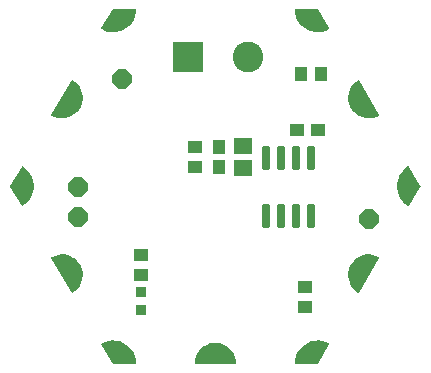
<source format=gbr>
G04 EAGLE Gerber RS-274X export*
G75*
%MOMM*%
%FSLAX34Y34*%
%LPD*%
%INSoldermask Top*%
%IPPOS*%
%AMOC8*
5,1,8,0,0,1.08239X$1,22.5*%
G01*
%ADD10R,1.201600X1.101600*%
%ADD11C,1.101600*%
%ADD12R,1.601600X1.401600*%
%ADD13R,1.101600X1.201600*%
%ADD14R,2.601600X2.601600*%
%ADD15C,2.601600*%
%ADD16C,0.248975*%
%ADD17P,1.759533X8X22.500000*%
%ADD18R,0.901600X0.901600*%

G36*
X17791Y129D02*
X17791Y129D01*
X17820Y126D01*
X17887Y148D01*
X17957Y162D01*
X17981Y179D01*
X18009Y188D01*
X18062Y235D01*
X18121Y275D01*
X18137Y299D01*
X18159Y319D01*
X18190Y383D01*
X18228Y442D01*
X18233Y471D01*
X18245Y497D01*
X18254Y597D01*
X18261Y639D01*
X18258Y649D01*
X18260Y663D01*
X18028Y3461D01*
X18018Y3495D01*
X18014Y3543D01*
X17325Y6264D01*
X17310Y6296D01*
X17298Y6342D01*
X16170Y8914D01*
X16150Y8942D01*
X16131Y8986D01*
X14595Y11337D01*
X14571Y11361D01*
X14545Y11402D01*
X12643Y13467D01*
X12615Y13488D01*
X12582Y13523D01*
X10367Y15248D01*
X10336Y15263D01*
X10298Y15293D01*
X7828Y16629D01*
X7795Y16639D01*
X7753Y16662D01*
X6567Y17070D01*
X5113Y17569D01*
X5097Y17574D01*
X5063Y17579D01*
X5017Y17594D01*
X2248Y18056D01*
X2213Y18055D01*
X2166Y18063D01*
X-642Y18063D01*
X-676Y18056D01*
X-724Y18056D01*
X-3493Y17594D01*
X-3526Y17582D01*
X-3573Y17574D01*
X-6229Y16662D01*
X-6259Y16645D01*
X-6304Y16629D01*
X-8774Y15293D01*
X-8800Y15271D01*
X-8843Y15248D01*
X-11058Y13523D01*
X-11081Y13497D01*
X-11119Y13467D01*
X-13021Y11402D01*
X-13039Y11372D01*
X-13071Y11337D01*
X-14607Y8986D01*
X-14620Y8954D01*
X-14646Y8914D01*
X-15774Y6342D01*
X-15781Y6309D01*
X-15784Y6302D01*
X-15790Y6293D01*
X-15791Y6287D01*
X-15801Y6264D01*
X-16490Y3543D01*
X-16492Y3508D01*
X-16504Y3461D01*
X-16736Y663D01*
X-16732Y634D01*
X-16737Y605D01*
X-16721Y536D01*
X-16712Y466D01*
X-16698Y440D01*
X-16691Y412D01*
X-16649Y355D01*
X-16614Y293D01*
X-16590Y275D01*
X-16573Y252D01*
X-16512Y216D01*
X-16455Y173D01*
X-16427Y165D01*
X-16402Y150D01*
X-16304Y134D01*
X-16263Y123D01*
X-16252Y125D01*
X-16238Y123D01*
X17762Y123D01*
X17791Y129D01*
G37*
G36*
X-120631Y60432D02*
X-120631Y60432D01*
X-120560Y60429D01*
X-120533Y60439D01*
X-120504Y60441D01*
X-120414Y60483D01*
X-120374Y60498D01*
X-120366Y60506D01*
X-120353Y60512D01*
X-118050Y62111D01*
X-118026Y62137D01*
X-117986Y62164D01*
X-115977Y64121D01*
X-115958Y64150D01*
X-115923Y64183D01*
X-114264Y66444D01*
X-114249Y66475D01*
X-114220Y66514D01*
X-112956Y69017D01*
X-112947Y69051D01*
X-112925Y69094D01*
X-112089Y71771D01*
X-112086Y71805D01*
X-112071Y71851D01*
X-111688Y74630D01*
X-111690Y74664D01*
X-111684Y74712D01*
X-111763Y77515D01*
X-111771Y77549D01*
X-111772Y77597D01*
X-112311Y80349D01*
X-112325Y80381D01*
X-112334Y80429D01*
X-113319Y83054D01*
X-113334Y83079D01*
X-113339Y83099D01*
X-113347Y83110D01*
X-113354Y83129D01*
X-114758Y85557D01*
X-114781Y85583D01*
X-114805Y85625D01*
X-116589Y87788D01*
X-116616Y87810D01*
X-116647Y87847D01*
X-118763Y89688D01*
X-118793Y89705D01*
X-118829Y89737D01*
X-121220Y91204D01*
X-121252Y91215D01*
X-121293Y91241D01*
X-123892Y92294D01*
X-123926Y92301D01*
X-123971Y92319D01*
X-126708Y92930D01*
X-126743Y92931D01*
X-126790Y92942D01*
X-129590Y93094D01*
X-129624Y93089D01*
X-129672Y93092D01*
X-132460Y92782D01*
X-132493Y92771D01*
X-132541Y92766D01*
X-135239Y92001D01*
X-135269Y91985D01*
X-135316Y91972D01*
X-137851Y90773D01*
X-137875Y90756D01*
X-137902Y90746D01*
X-137954Y90697D01*
X-138011Y90654D01*
X-138025Y90629D01*
X-138047Y90609D01*
X-138075Y90544D01*
X-138111Y90483D01*
X-138114Y90454D01*
X-138126Y90427D01*
X-138127Y90356D01*
X-138136Y90285D01*
X-138128Y90257D01*
X-138128Y90228D01*
X-138094Y90135D01*
X-138082Y90094D01*
X-138075Y90085D01*
X-138070Y90072D01*
X-121070Y60672D01*
X-121051Y60650D01*
X-121038Y60624D01*
X-120985Y60576D01*
X-120938Y60523D01*
X-120912Y60511D01*
X-120890Y60491D01*
X-120823Y60468D01*
X-120759Y60438D01*
X-120730Y60436D01*
X-120702Y60427D01*
X-120631Y60432D01*
G37*
G36*
X131148Y208155D02*
X131148Y208155D01*
X131196Y208152D01*
X133984Y208462D01*
X134017Y208473D01*
X134065Y208478D01*
X136763Y209243D01*
X136793Y209259D01*
X136840Y209272D01*
X139375Y210471D01*
X139399Y210488D01*
X139426Y210498D01*
X139478Y210547D01*
X139535Y210590D01*
X139549Y210615D01*
X139571Y210635D01*
X139599Y210700D01*
X139635Y210762D01*
X139638Y210790D01*
X139650Y210817D01*
X139651Y210888D01*
X139660Y210959D01*
X139652Y210987D01*
X139652Y211016D01*
X139618Y211109D01*
X139606Y211150D01*
X139599Y211159D01*
X139594Y211172D01*
X122594Y240572D01*
X122575Y240594D01*
X122562Y240620D01*
X122509Y240668D01*
X122462Y240721D01*
X122436Y240733D01*
X122414Y240753D01*
X122347Y240776D01*
X122283Y240806D01*
X122254Y240808D01*
X122226Y240817D01*
X122155Y240812D01*
X122084Y240815D01*
X122057Y240805D01*
X122028Y240803D01*
X121938Y240761D01*
X121898Y240746D01*
X121890Y240738D01*
X121877Y240732D01*
X119574Y239133D01*
X119550Y239108D01*
X119510Y239080D01*
X117501Y237123D01*
X117482Y237094D01*
X117447Y237061D01*
X115788Y234800D01*
X115773Y234769D01*
X115744Y234730D01*
X114480Y232227D01*
X114471Y232193D01*
X114449Y232150D01*
X113613Y229473D01*
X113610Y229439D01*
X113595Y229393D01*
X113212Y226614D01*
X113214Y226580D01*
X113208Y226532D01*
X113287Y223729D01*
X113295Y223695D01*
X113296Y223647D01*
X113835Y220895D01*
X113849Y220863D01*
X113858Y220815D01*
X114843Y218190D01*
X114861Y218160D01*
X114878Y218115D01*
X116282Y215687D01*
X116305Y215661D01*
X116329Y215620D01*
X118113Y213456D01*
X118140Y213434D01*
X118171Y213397D01*
X120287Y211556D01*
X120317Y211539D01*
X120353Y211508D01*
X122744Y210040D01*
X122776Y210029D01*
X122817Y210003D01*
X125416Y208950D01*
X125450Y208943D01*
X125495Y208925D01*
X128232Y208314D01*
X128267Y208313D01*
X128314Y208302D01*
X131114Y208150D01*
X131148Y208155D01*
G37*
G36*
X122188Y60433D02*
X122188Y60433D01*
X122259Y60432D01*
X122286Y60443D01*
X122315Y60447D01*
X122377Y60481D01*
X122442Y60509D01*
X122463Y60530D01*
X122488Y60544D01*
X122551Y60620D01*
X122581Y60651D01*
X122585Y60661D01*
X122594Y60672D01*
X139594Y90072D01*
X139603Y90100D01*
X139620Y90124D01*
X139635Y90193D01*
X139657Y90261D01*
X139655Y90290D01*
X139661Y90318D01*
X139648Y90388D01*
X139642Y90459D01*
X139629Y90485D01*
X139623Y90513D01*
X139583Y90572D01*
X139551Y90635D01*
X139528Y90654D01*
X139512Y90678D01*
X139430Y90735D01*
X139397Y90762D01*
X139387Y90765D01*
X139375Y90773D01*
X136840Y91972D01*
X136806Y91980D01*
X136763Y92001D01*
X134065Y92766D01*
X134030Y92768D01*
X133984Y92782D01*
X131196Y93092D01*
X131162Y93089D01*
X131114Y93094D01*
X128314Y92942D01*
X128280Y92933D01*
X128232Y92930D01*
X125495Y92319D01*
X125463Y92305D01*
X125416Y92294D01*
X122817Y91241D01*
X122788Y91222D01*
X122744Y91204D01*
X120353Y89737D01*
X120328Y89713D01*
X120287Y89688D01*
X118171Y87847D01*
X118150Y87820D01*
X118113Y87788D01*
X116329Y85625D01*
X116313Y85594D01*
X116282Y85557D01*
X114878Y83129D01*
X114867Y83096D01*
X114860Y83083D01*
X114850Y83069D01*
X114850Y83066D01*
X114843Y83054D01*
X113858Y80429D01*
X113852Y80394D01*
X113835Y80349D01*
X113296Y77597D01*
X113296Y77563D01*
X113287Y77515D01*
X113208Y74712D01*
X113214Y74678D01*
X113212Y74630D01*
X113595Y71851D01*
X113607Y71819D01*
X113613Y71771D01*
X114449Y69094D01*
X114466Y69063D01*
X114480Y69017D01*
X115744Y66514D01*
X115766Y66487D01*
X115788Y66444D01*
X117447Y64183D01*
X117473Y64160D01*
X117501Y64121D01*
X119510Y62164D01*
X119539Y62145D01*
X119574Y62111D01*
X121877Y60512D01*
X121904Y60500D01*
X121927Y60482D01*
X121995Y60461D01*
X122060Y60433D01*
X122089Y60433D01*
X122117Y60425D01*
X122188Y60433D01*
G37*
G36*
X-126790Y208302D02*
X-126790Y208302D01*
X-126756Y208311D01*
X-126708Y208314D01*
X-123971Y208925D01*
X-123939Y208939D01*
X-123892Y208950D01*
X-121293Y210003D01*
X-121264Y210022D01*
X-121220Y210040D01*
X-118829Y211508D01*
X-118804Y211531D01*
X-118763Y211556D01*
X-116647Y213397D01*
X-116626Y213424D01*
X-116589Y213456D01*
X-114805Y215620D01*
X-114789Y215650D01*
X-114758Y215687D01*
X-113354Y218115D01*
X-113343Y218148D01*
X-113319Y218190D01*
X-112334Y220815D01*
X-112328Y220850D01*
X-112311Y220895D01*
X-111772Y223647D01*
X-111772Y223682D01*
X-111763Y223729D01*
X-111684Y226532D01*
X-111690Y226566D01*
X-111688Y226614D01*
X-112071Y229393D01*
X-112083Y229425D01*
X-112089Y229473D01*
X-112925Y232150D01*
X-112942Y232181D01*
X-112956Y232227D01*
X-114220Y234730D01*
X-114242Y234757D01*
X-114264Y234800D01*
X-115923Y237061D01*
X-115949Y237084D01*
X-115977Y237123D01*
X-117986Y239080D01*
X-118015Y239099D01*
X-118050Y239133D01*
X-120353Y240732D01*
X-120380Y240744D01*
X-120403Y240762D01*
X-120471Y240783D01*
X-120536Y240811D01*
X-120565Y240811D01*
X-120593Y240819D01*
X-120664Y240811D01*
X-120735Y240812D01*
X-120762Y240801D01*
X-120791Y240797D01*
X-120853Y240763D01*
X-120918Y240735D01*
X-120939Y240714D01*
X-120964Y240700D01*
X-121027Y240624D01*
X-121057Y240593D01*
X-121061Y240583D01*
X-121070Y240572D01*
X-138070Y211172D01*
X-138079Y211144D01*
X-138096Y211120D01*
X-138111Y211051D01*
X-138133Y210983D01*
X-138131Y210954D01*
X-138137Y210926D01*
X-138124Y210856D01*
X-138118Y210785D01*
X-138105Y210759D01*
X-138099Y210731D01*
X-138059Y210672D01*
X-138027Y210609D01*
X-138004Y210590D01*
X-137988Y210566D01*
X-137906Y210509D01*
X-137873Y210482D01*
X-137863Y210479D01*
X-137851Y210471D01*
X-135316Y209272D01*
X-135282Y209264D01*
X-135239Y209243D01*
X-132541Y208478D01*
X-132506Y208476D01*
X-132460Y208462D01*
X-129672Y208152D01*
X-129638Y208155D01*
X-129590Y208150D01*
X-126790Y208302D01*
G37*
G36*
X164489Y133633D02*
X164489Y133633D01*
X164560Y133633D01*
X164587Y133644D01*
X164616Y133647D01*
X164678Y133682D01*
X164743Y133710D01*
X164764Y133730D01*
X164789Y133745D01*
X164852Y133822D01*
X164882Y133852D01*
X164886Y133862D01*
X164895Y133873D01*
X174395Y150373D01*
X174405Y150405D01*
X174414Y150418D01*
X174418Y150442D01*
X174419Y150446D01*
X174450Y150516D01*
X174450Y150540D01*
X174458Y150562D01*
X174452Y150638D01*
X174453Y150715D01*
X174443Y150739D01*
X174442Y150760D01*
X174421Y150799D01*
X174395Y150871D01*
X164895Y167371D01*
X164876Y167393D01*
X164863Y167419D01*
X164810Y167467D01*
X164763Y167520D01*
X164737Y167533D01*
X164716Y167552D01*
X164648Y167575D01*
X164584Y167606D01*
X164555Y167608D01*
X164528Y167617D01*
X164456Y167612D01*
X164385Y167615D01*
X164358Y167605D01*
X164329Y167603D01*
X164239Y167561D01*
X164199Y167546D01*
X164191Y167539D01*
X164178Y167533D01*
X161655Y165791D01*
X161631Y165767D01*
X161593Y165740D01*
X159381Y163616D01*
X159362Y163588D01*
X159328Y163556D01*
X157486Y161105D01*
X157472Y161074D01*
X157443Y161037D01*
X156018Y158322D01*
X156009Y158291D01*
X155993Y158266D01*
X155992Y158258D01*
X155987Y158248D01*
X155016Y155340D01*
X155012Y155306D01*
X154997Y155262D01*
X154505Y152235D01*
X154506Y152201D01*
X154498Y152155D01*
X154498Y149089D01*
X154499Y149085D01*
X154499Y149083D01*
X154505Y149056D01*
X154505Y149009D01*
X154997Y145982D01*
X155009Y145951D01*
X155016Y145904D01*
X155987Y142996D01*
X156004Y142967D01*
X156018Y142922D01*
X157443Y140207D01*
X157465Y140181D01*
X157486Y140139D01*
X159328Y137688D01*
X159353Y137665D01*
X159381Y137628D01*
X161593Y135504D01*
X161621Y135486D01*
X161655Y135453D01*
X164178Y133711D01*
X164205Y133700D01*
X164227Y133681D01*
X164296Y133661D01*
X164361Y133633D01*
X164390Y133633D01*
X164418Y133625D01*
X164489Y133633D01*
G37*
G36*
X-162932Y133632D02*
X-162932Y133632D01*
X-162861Y133629D01*
X-162834Y133639D01*
X-162805Y133641D01*
X-162715Y133683D01*
X-162675Y133698D01*
X-162667Y133705D01*
X-162654Y133711D01*
X-160131Y135453D01*
X-160107Y135477D01*
X-160069Y135504D01*
X-157857Y137628D01*
X-157838Y137656D01*
X-157804Y137688D01*
X-155962Y140139D01*
X-155948Y140170D01*
X-155919Y140207D01*
X-154494Y142922D01*
X-154485Y142955D01*
X-154463Y142996D01*
X-153492Y145904D01*
X-153488Y145938D01*
X-153473Y145982D01*
X-152981Y149009D01*
X-152982Y149043D01*
X-152974Y149089D01*
X-152974Y152155D01*
X-152981Y152188D01*
X-152981Y152235D01*
X-153473Y155262D01*
X-153485Y155293D01*
X-153492Y155340D01*
X-154463Y158248D01*
X-154476Y158271D01*
X-154482Y158296D01*
X-154489Y158305D01*
X-154494Y158322D01*
X-155919Y161037D01*
X-155941Y161063D01*
X-155962Y161105D01*
X-157804Y163556D01*
X-157829Y163579D01*
X-157857Y163616D01*
X-160069Y165740D01*
X-160097Y165758D01*
X-160131Y165791D01*
X-162654Y167533D01*
X-162681Y167544D01*
X-162703Y167563D01*
X-162772Y167583D01*
X-162837Y167611D01*
X-162866Y167611D01*
X-162894Y167619D01*
X-162965Y167611D01*
X-163036Y167612D01*
X-163063Y167600D01*
X-163092Y167597D01*
X-163154Y167562D01*
X-163219Y167534D01*
X-163240Y167514D01*
X-163265Y167499D01*
X-163328Y167422D01*
X-163358Y167392D01*
X-163362Y167382D01*
X-163371Y167371D01*
X-172871Y150871D01*
X-172895Y150798D01*
X-172926Y150728D01*
X-172926Y150704D01*
X-172934Y150682D01*
X-172928Y150606D01*
X-172929Y150529D01*
X-172919Y150505D01*
X-172918Y150484D01*
X-172897Y150445D01*
X-172878Y150393D01*
X-172877Y150387D01*
X-172875Y150385D01*
X-172871Y150373D01*
X-163371Y133873D01*
X-163352Y133851D01*
X-163339Y133825D01*
X-163286Y133777D01*
X-163239Y133724D01*
X-163213Y133711D01*
X-163192Y133692D01*
X-163124Y133669D01*
X-163060Y133638D01*
X-163031Y133637D01*
X-163004Y133627D01*
X-162932Y133632D01*
G37*
G36*
X87438Y138D02*
X87438Y138D01*
X87516Y147D01*
X87535Y158D01*
X87557Y162D01*
X87621Y206D01*
X87689Y245D01*
X87705Y264D01*
X87721Y275D01*
X87745Y313D01*
X87795Y373D01*
X97295Y16873D01*
X97304Y16900D01*
X97320Y16924D01*
X97335Y16994D01*
X97358Y17062D01*
X97355Y17090D01*
X97361Y17118D01*
X97348Y17189D01*
X97342Y17260D01*
X97329Y17285D01*
X97323Y17313D01*
X97283Y17373D01*
X97250Y17436D01*
X97228Y17454D01*
X97212Y17478D01*
X97129Y17536D01*
X97097Y17563D01*
X97086Y17566D01*
X97076Y17573D01*
X94310Y18882D01*
X94277Y18890D01*
X94234Y18910D01*
X91294Y19758D01*
X91260Y19761D01*
X91216Y19774D01*
X88178Y20139D01*
X88144Y20136D01*
X88097Y20142D01*
X85040Y20015D01*
X85007Y20007D01*
X84960Y20006D01*
X81963Y19390D01*
X81932Y19377D01*
X81886Y19368D01*
X79026Y18279D01*
X78998Y18261D01*
X78954Y18245D01*
X76306Y16711D01*
X76280Y16689D01*
X76240Y16666D01*
X73872Y14728D01*
X73850Y14701D01*
X73814Y14672D01*
X71787Y12379D01*
X71771Y12350D01*
X71739Y12315D01*
X70107Y9727D01*
X70095Y9695D01*
X70070Y9656D01*
X68874Y6839D01*
X68867Y6806D01*
X68864Y6799D01*
X68860Y6793D01*
X68859Y6787D01*
X68848Y6763D01*
X68120Y3791D01*
X68118Y3757D01*
X68107Y3712D01*
X67864Y662D01*
X67868Y633D01*
X67863Y605D01*
X67880Y536D01*
X67888Y464D01*
X67903Y440D01*
X67909Y412D01*
X67952Y354D01*
X67988Y292D01*
X68010Y275D01*
X68027Y252D01*
X68089Y215D01*
X68146Y172D01*
X68174Y165D01*
X68198Y150D01*
X68298Y134D01*
X68339Y123D01*
X68349Y125D01*
X68362Y123D01*
X87362Y123D01*
X87438Y138D01*
G37*
G36*
X88131Y281107D02*
X88131Y281107D01*
X88178Y281105D01*
X91216Y281470D01*
X91248Y281481D01*
X91294Y281486D01*
X94234Y282334D01*
X94264Y282350D01*
X94310Y282362D01*
X97076Y283671D01*
X97098Y283688D01*
X97125Y283698D01*
X97177Y283747D01*
X97235Y283790D01*
X97249Y283815D01*
X97270Y283834D01*
X97299Y283900D01*
X97335Y283962D01*
X97338Y283990D01*
X97350Y284016D01*
X97351Y284088D01*
X97360Y284159D01*
X97352Y284186D01*
X97353Y284215D01*
X97317Y284310D01*
X97306Y284350D01*
X97299Y284359D01*
X97295Y284371D01*
X87795Y300871D01*
X87743Y300930D01*
X87697Y300992D01*
X87678Y301003D01*
X87663Y301020D01*
X87593Y301054D01*
X87526Y301094D01*
X87502Y301098D01*
X87484Y301106D01*
X87439Y301108D01*
X87362Y301121D01*
X68362Y301121D01*
X68334Y301116D01*
X68306Y301118D01*
X68238Y301096D01*
X68167Y301082D01*
X68144Y301066D01*
X68117Y301057D01*
X68062Y301010D01*
X68003Y300969D01*
X67988Y300945D01*
X67967Y300927D01*
X67935Y300862D01*
X67896Y300802D01*
X67891Y300774D01*
X67879Y300748D01*
X67870Y300647D01*
X67863Y300605D01*
X67865Y300595D01*
X67864Y300582D01*
X68107Y297532D01*
X68116Y297500D01*
X68120Y297453D01*
X68848Y294481D01*
X68863Y294450D01*
X68874Y294405D01*
X70070Y291588D01*
X70089Y291560D01*
X70107Y291517D01*
X71739Y288929D01*
X71763Y288905D01*
X71787Y288865D01*
X73814Y286572D01*
X73841Y286552D01*
X73872Y286516D01*
X76240Y284578D01*
X76270Y284562D01*
X76306Y284533D01*
X78954Y283000D01*
X78986Y282989D01*
X79026Y282965D01*
X81886Y281877D01*
X81919Y281871D01*
X81963Y281854D01*
X84960Y281238D01*
X84994Y281238D01*
X85040Y281229D01*
X88097Y281102D01*
X88131Y281107D01*
G37*
G36*
X-66810Y128D02*
X-66810Y128D01*
X-66782Y126D01*
X-66714Y148D01*
X-66643Y162D01*
X-66620Y178D01*
X-66593Y187D01*
X-66538Y234D01*
X-66479Y275D01*
X-66464Y299D01*
X-66443Y317D01*
X-66411Y382D01*
X-66372Y442D01*
X-66367Y470D01*
X-66355Y496D01*
X-66346Y597D01*
X-66339Y639D01*
X-66341Y649D01*
X-66340Y662D01*
X-66583Y3712D01*
X-66592Y3744D01*
X-66596Y3791D01*
X-67324Y6763D01*
X-67339Y6794D01*
X-67350Y6839D01*
X-68546Y9656D01*
X-68565Y9684D01*
X-68583Y9727D01*
X-70215Y12315D01*
X-70239Y12339D01*
X-70263Y12379D01*
X-72290Y14672D01*
X-72317Y14692D01*
X-72348Y14728D01*
X-74716Y16666D01*
X-74746Y16682D01*
X-74782Y16711D01*
X-77430Y18245D01*
X-77462Y18255D01*
X-77502Y18279D01*
X-80362Y19368D01*
X-80395Y19373D01*
X-80439Y19390D01*
X-83436Y20006D01*
X-83470Y20006D01*
X-83516Y20015D01*
X-86573Y20142D01*
X-86607Y20137D01*
X-86654Y20139D01*
X-89692Y19774D01*
X-89724Y19763D01*
X-89770Y19758D01*
X-92710Y18910D01*
X-92740Y18894D01*
X-92786Y18882D01*
X-95552Y17573D01*
X-95574Y17556D01*
X-95601Y17546D01*
X-95653Y17497D01*
X-95711Y17454D01*
X-95725Y17429D01*
X-95746Y17410D01*
X-95775Y17344D01*
X-95811Y17282D01*
X-95814Y17254D01*
X-95826Y17228D01*
X-95827Y17156D01*
X-95836Y17085D01*
X-95828Y17058D01*
X-95829Y17029D01*
X-95793Y16934D01*
X-95782Y16894D01*
X-95775Y16885D01*
X-95771Y16873D01*
X-86271Y373D01*
X-86219Y315D01*
X-86173Y252D01*
X-86154Y241D01*
X-86139Y224D01*
X-86069Y190D01*
X-86002Y150D01*
X-85978Y146D01*
X-85960Y138D01*
X-85915Y136D01*
X-85838Y123D01*
X-66838Y123D01*
X-66810Y128D01*
G37*
G36*
X-83516Y281229D02*
X-83516Y281229D01*
X-83483Y281237D01*
X-83436Y281238D01*
X-80439Y281854D01*
X-80408Y281867D01*
X-80362Y281877D01*
X-77502Y282965D01*
X-77474Y282983D01*
X-77430Y283000D01*
X-74782Y284533D01*
X-74756Y284555D01*
X-74716Y284578D01*
X-72348Y286516D01*
X-72326Y286543D01*
X-72290Y286572D01*
X-70263Y288865D01*
X-70247Y288894D01*
X-70215Y288929D01*
X-68583Y291517D01*
X-68571Y291549D01*
X-68546Y291588D01*
X-67350Y294405D01*
X-67343Y294438D01*
X-67324Y294481D01*
X-66596Y297453D01*
X-66594Y297487D01*
X-66583Y297532D01*
X-66340Y300582D01*
X-66344Y300611D01*
X-66339Y300639D01*
X-66356Y300708D01*
X-66364Y300780D01*
X-66379Y300804D01*
X-66385Y300832D01*
X-66428Y300890D01*
X-66464Y300952D01*
X-66486Y300969D01*
X-66503Y300992D01*
X-66565Y301029D01*
X-66622Y301072D01*
X-66650Y301079D01*
X-66674Y301094D01*
X-66774Y301110D01*
X-66815Y301121D01*
X-66825Y301119D01*
X-66838Y301121D01*
X-85838Y301121D01*
X-85914Y301106D01*
X-85992Y301097D01*
X-86011Y301086D01*
X-86033Y301082D01*
X-86097Y301038D01*
X-86165Y300999D01*
X-86181Y300980D01*
X-86197Y300969D01*
X-86221Y300931D01*
X-86271Y300871D01*
X-95771Y284371D01*
X-95780Y284344D01*
X-95796Y284320D01*
X-95811Y284250D01*
X-95834Y284182D01*
X-95831Y284154D01*
X-95837Y284126D01*
X-95824Y284056D01*
X-95818Y283984D01*
X-95805Y283959D01*
X-95799Y283931D01*
X-95759Y283871D01*
X-95726Y283808D01*
X-95704Y283790D01*
X-95688Y283766D01*
X-95605Y283708D01*
X-95573Y283681D01*
X-95562Y283678D01*
X-95552Y283671D01*
X-92786Y282362D01*
X-92753Y282354D01*
X-92710Y282334D01*
X-89770Y281486D01*
X-89736Y281483D01*
X-89692Y281470D01*
X-86654Y281105D01*
X-86620Y281108D01*
X-86573Y281102D01*
X-83516Y281229D01*
G37*
D10*
X76215Y65146D03*
X76215Y48146D03*
D11*
X83362Y293722D03*
X165962Y150622D03*
X83362Y7522D03*
X-81838Y7522D03*
X-164438Y150622D03*
X-81838Y293722D03*
X124662Y222122D03*
X124662Y79122D03*
X762Y7522D03*
X-123138Y79122D03*
X-123138Y222122D03*
D12*
X24130Y184760D03*
X24130Y165760D03*
D13*
X3810Y183760D03*
X3810Y166760D03*
D14*
X-22860Y260350D03*
D15*
X27940Y260350D03*
D16*
X45393Y134858D02*
X45393Y116632D01*
X40967Y116632D01*
X40967Y134858D01*
X45393Y134858D01*
X45393Y118997D02*
X40967Y118997D01*
X40967Y121362D02*
X45393Y121362D01*
X45393Y123727D02*
X40967Y123727D01*
X40967Y126092D02*
X45393Y126092D01*
X45393Y128457D02*
X40967Y128457D01*
X40967Y130822D02*
X45393Y130822D01*
X45393Y133187D02*
X40967Y133187D01*
X58093Y134858D02*
X58093Y116632D01*
X53667Y116632D01*
X53667Y134858D01*
X58093Y134858D01*
X58093Y118997D02*
X53667Y118997D01*
X53667Y121362D02*
X58093Y121362D01*
X58093Y123727D02*
X53667Y123727D01*
X53667Y126092D02*
X58093Y126092D01*
X58093Y128457D02*
X53667Y128457D01*
X53667Y130822D02*
X58093Y130822D01*
X58093Y133187D02*
X53667Y133187D01*
X70793Y134858D02*
X70793Y116632D01*
X66367Y116632D01*
X66367Y134858D01*
X70793Y134858D01*
X70793Y118997D02*
X66367Y118997D01*
X66367Y121362D02*
X70793Y121362D01*
X70793Y123727D02*
X66367Y123727D01*
X66367Y126092D02*
X70793Y126092D01*
X70793Y128457D02*
X66367Y128457D01*
X66367Y130822D02*
X70793Y130822D01*
X70793Y133187D02*
X66367Y133187D01*
X83493Y134858D02*
X83493Y116632D01*
X79067Y116632D01*
X79067Y134858D01*
X83493Y134858D01*
X83493Y118997D02*
X79067Y118997D01*
X79067Y121362D02*
X83493Y121362D01*
X83493Y123727D02*
X79067Y123727D01*
X79067Y126092D02*
X83493Y126092D01*
X83493Y128457D02*
X79067Y128457D01*
X79067Y130822D02*
X83493Y130822D01*
X83493Y133187D02*
X79067Y133187D01*
X83493Y166132D02*
X83493Y184358D01*
X83493Y166132D02*
X79067Y166132D01*
X79067Y184358D01*
X83493Y184358D01*
X83493Y168497D02*
X79067Y168497D01*
X79067Y170862D02*
X83493Y170862D01*
X83493Y173227D02*
X79067Y173227D01*
X79067Y175592D02*
X83493Y175592D01*
X83493Y177957D02*
X79067Y177957D01*
X79067Y180322D02*
X83493Y180322D01*
X83493Y182687D02*
X79067Y182687D01*
X70793Y184358D02*
X70793Y166132D01*
X66367Y166132D01*
X66367Y184358D01*
X70793Y184358D01*
X70793Y168497D02*
X66367Y168497D01*
X66367Y170862D02*
X70793Y170862D01*
X70793Y173227D02*
X66367Y173227D01*
X66367Y175592D02*
X70793Y175592D01*
X70793Y177957D02*
X66367Y177957D01*
X66367Y180322D02*
X70793Y180322D01*
X70793Y182687D02*
X66367Y182687D01*
X58093Y184358D02*
X58093Y166132D01*
X53667Y166132D01*
X53667Y184358D01*
X58093Y184358D01*
X58093Y168497D02*
X53667Y168497D01*
X53667Y170862D02*
X58093Y170862D01*
X58093Y173227D02*
X53667Y173227D01*
X53667Y175592D02*
X58093Y175592D01*
X58093Y177957D02*
X53667Y177957D01*
X53667Y180322D02*
X58093Y180322D01*
X58093Y182687D02*
X53667Y182687D01*
X45393Y184358D02*
X45393Y166132D01*
X40967Y166132D01*
X40967Y184358D01*
X45393Y184358D01*
X45393Y168497D02*
X40967Y168497D01*
X40967Y170862D02*
X45393Y170862D01*
X45393Y173227D02*
X40967Y173227D01*
X40967Y175592D02*
X45393Y175592D01*
X45393Y177957D02*
X40967Y177957D01*
X40967Y180322D02*
X45393Y180322D01*
X45393Y182687D02*
X40967Y182687D01*
D10*
X70240Y198120D03*
X87240Y198120D03*
D13*
X90415Y245745D03*
X73415Y245745D03*
D10*
X-16510Y183760D03*
X-16510Y166760D03*
D17*
X-115570Y124460D03*
X-115570Y149860D03*
X-78740Y241300D03*
X130810Y123190D03*
D10*
X-62230Y75320D03*
X-62230Y92320D03*
D18*
X-62230Y60840D03*
X-62230Y45840D03*
M02*

</source>
